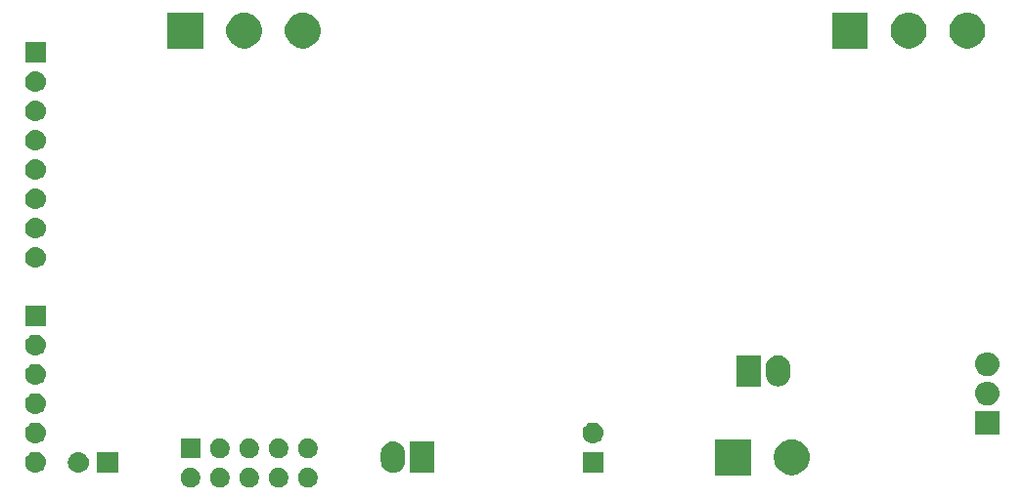
<source format=gbs>
G04 #@! TF.GenerationSoftware,KiCad,Pcbnew,5.1.4-e60b266~84~ubuntu18.04.1*
G04 #@! TF.CreationDate,2019-08-27T16:53:35+05:30*
G04 #@! TF.ProjectId,senseCam_Adapter_rev1,73656e73-6543-4616-9d5f-416461707465,rev?*
G04 #@! TF.SameCoordinates,Original*
G04 #@! TF.FileFunction,Soldermask,Bot*
G04 #@! TF.FilePolarity,Negative*
%FSLAX46Y46*%
G04 Gerber Fmt 4.6, Leading zero omitted, Abs format (unit mm)*
G04 Created by KiCad (PCBNEW 5.1.4-e60b266~84~ubuntu18.04.1) date 2019-08-27 16:53:35*
%MOMM*%
%LPD*%
G04 APERTURE LIST*
%ADD10C,0.100000*%
G04 APERTURE END LIST*
D10*
G36*
X33748228Y-52451703D02*
G01*
X33903100Y-52515853D01*
X34042481Y-52608985D01*
X34161015Y-52727519D01*
X34254147Y-52866900D01*
X34318297Y-53021772D01*
X34351000Y-53186184D01*
X34351000Y-53353816D01*
X34318297Y-53518228D01*
X34254147Y-53673100D01*
X34161015Y-53812481D01*
X34042481Y-53931015D01*
X33903100Y-54024147D01*
X33748228Y-54088297D01*
X33583816Y-54121000D01*
X33416184Y-54121000D01*
X33251772Y-54088297D01*
X33096900Y-54024147D01*
X32957519Y-53931015D01*
X32838985Y-53812481D01*
X32745853Y-53673100D01*
X32681703Y-53518228D01*
X32649000Y-53353816D01*
X32649000Y-53186184D01*
X32681703Y-53021772D01*
X32745853Y-52866900D01*
X32838985Y-52727519D01*
X32957519Y-52608985D01*
X33096900Y-52515853D01*
X33251772Y-52451703D01*
X33416184Y-52419000D01*
X33583816Y-52419000D01*
X33748228Y-52451703D01*
X33748228Y-52451703D01*
G37*
G36*
X36288228Y-52451703D02*
G01*
X36443100Y-52515853D01*
X36582481Y-52608985D01*
X36701015Y-52727519D01*
X36794147Y-52866900D01*
X36858297Y-53021772D01*
X36891000Y-53186184D01*
X36891000Y-53353816D01*
X36858297Y-53518228D01*
X36794147Y-53673100D01*
X36701015Y-53812481D01*
X36582481Y-53931015D01*
X36443100Y-54024147D01*
X36288228Y-54088297D01*
X36123816Y-54121000D01*
X35956184Y-54121000D01*
X35791772Y-54088297D01*
X35636900Y-54024147D01*
X35497519Y-53931015D01*
X35378985Y-53812481D01*
X35285853Y-53673100D01*
X35221703Y-53518228D01*
X35189000Y-53353816D01*
X35189000Y-53186184D01*
X35221703Y-53021772D01*
X35285853Y-52866900D01*
X35378985Y-52727519D01*
X35497519Y-52608985D01*
X35636900Y-52515853D01*
X35791772Y-52451703D01*
X35956184Y-52419000D01*
X36123816Y-52419000D01*
X36288228Y-52451703D01*
X36288228Y-52451703D01*
G37*
G36*
X38828228Y-52451703D02*
G01*
X38983100Y-52515853D01*
X39122481Y-52608985D01*
X39241015Y-52727519D01*
X39334147Y-52866900D01*
X39398297Y-53021772D01*
X39431000Y-53186184D01*
X39431000Y-53353816D01*
X39398297Y-53518228D01*
X39334147Y-53673100D01*
X39241015Y-53812481D01*
X39122481Y-53931015D01*
X38983100Y-54024147D01*
X38828228Y-54088297D01*
X38663816Y-54121000D01*
X38496184Y-54121000D01*
X38331772Y-54088297D01*
X38176900Y-54024147D01*
X38037519Y-53931015D01*
X37918985Y-53812481D01*
X37825853Y-53673100D01*
X37761703Y-53518228D01*
X37729000Y-53353816D01*
X37729000Y-53186184D01*
X37761703Y-53021772D01*
X37825853Y-52866900D01*
X37918985Y-52727519D01*
X38037519Y-52608985D01*
X38176900Y-52515853D01*
X38331772Y-52451703D01*
X38496184Y-52419000D01*
X38663816Y-52419000D01*
X38828228Y-52451703D01*
X38828228Y-52451703D01*
G37*
G36*
X31208228Y-52451703D02*
G01*
X31363100Y-52515853D01*
X31502481Y-52608985D01*
X31621015Y-52727519D01*
X31714147Y-52866900D01*
X31778297Y-53021772D01*
X31811000Y-53186184D01*
X31811000Y-53353816D01*
X31778297Y-53518228D01*
X31714147Y-53673100D01*
X31621015Y-53812481D01*
X31502481Y-53931015D01*
X31363100Y-54024147D01*
X31208228Y-54088297D01*
X31043816Y-54121000D01*
X30876184Y-54121000D01*
X30711772Y-54088297D01*
X30556900Y-54024147D01*
X30417519Y-53931015D01*
X30298985Y-53812481D01*
X30205853Y-53673100D01*
X30141703Y-53518228D01*
X30109000Y-53353816D01*
X30109000Y-53186184D01*
X30141703Y-53021772D01*
X30205853Y-52866900D01*
X30298985Y-52727519D01*
X30417519Y-52608985D01*
X30556900Y-52515853D01*
X30711772Y-52451703D01*
X30876184Y-52419000D01*
X31043816Y-52419000D01*
X31208228Y-52451703D01*
X31208228Y-52451703D01*
G37*
G36*
X28668228Y-52451703D02*
G01*
X28823100Y-52515853D01*
X28962481Y-52608985D01*
X29081015Y-52727519D01*
X29174147Y-52866900D01*
X29238297Y-53021772D01*
X29271000Y-53186184D01*
X29271000Y-53353816D01*
X29238297Y-53518228D01*
X29174147Y-53673100D01*
X29081015Y-53812481D01*
X28962481Y-53931015D01*
X28823100Y-54024147D01*
X28668228Y-54088297D01*
X28503816Y-54121000D01*
X28336184Y-54121000D01*
X28171772Y-54088297D01*
X28016900Y-54024147D01*
X27877519Y-53931015D01*
X27758985Y-53812481D01*
X27665853Y-53673100D01*
X27601703Y-53518228D01*
X27569000Y-53353816D01*
X27569000Y-53186184D01*
X27601703Y-53021772D01*
X27665853Y-52866900D01*
X27758985Y-52727519D01*
X27877519Y-52608985D01*
X28016900Y-52515853D01*
X28171772Y-52451703D01*
X28336184Y-52419000D01*
X28503816Y-52419000D01*
X28668228Y-52451703D01*
X28668228Y-52451703D01*
G37*
G36*
X80767754Y-49975852D02*
G01*
X80932410Y-50008604D01*
X81214674Y-50125521D01*
X81468705Y-50295259D01*
X81684741Y-50511295D01*
X81854479Y-50765326D01*
X81971396Y-51047590D01*
X81997181Y-51177221D01*
X82031000Y-51347239D01*
X82031000Y-51652761D01*
X82007009Y-51773373D01*
X81971396Y-51952410D01*
X81854479Y-52234674D01*
X81684741Y-52488705D01*
X81468705Y-52704741D01*
X81214674Y-52874479D01*
X80932410Y-52991396D01*
X80782585Y-53021198D01*
X80632761Y-53051000D01*
X80327239Y-53051000D01*
X80177415Y-53021198D01*
X80027590Y-52991396D01*
X79745326Y-52874479D01*
X79491295Y-52704741D01*
X79275259Y-52488705D01*
X79105521Y-52234674D01*
X78988604Y-51952410D01*
X78952991Y-51773373D01*
X78929000Y-51652761D01*
X78929000Y-51347239D01*
X78962819Y-51177221D01*
X78988604Y-51047590D01*
X79105521Y-50765326D01*
X79275259Y-50511295D01*
X79491295Y-50295259D01*
X79745326Y-50125521D01*
X80027590Y-50008604D01*
X80192246Y-49975852D01*
X80327239Y-49949000D01*
X80632761Y-49949000D01*
X80767754Y-49975852D01*
X80767754Y-49975852D01*
G37*
G36*
X76951000Y-53051000D02*
G01*
X73849000Y-53051000D01*
X73849000Y-49949000D01*
X76951000Y-49949000D01*
X76951000Y-53051000D01*
X76951000Y-53051000D01*
G37*
G36*
X46166032Y-50164207D02*
G01*
X46364146Y-50224305D01*
X46364149Y-50224306D01*
X46460975Y-50276061D01*
X46546729Y-50321897D01*
X46706765Y-50453235D01*
X46838103Y-50613271D01*
X46869291Y-50671621D01*
X46935694Y-50795851D01*
X46951333Y-50847405D01*
X46995793Y-50993969D01*
X47011000Y-51148371D01*
X47011000Y-51851630D01*
X46995793Y-52006032D01*
X46965278Y-52106625D01*
X46935694Y-52204149D01*
X46897038Y-52276468D01*
X46838103Y-52386729D01*
X46706765Y-52546765D01*
X46546729Y-52678103D01*
X46454277Y-52727519D01*
X46364148Y-52775694D01*
X46364145Y-52775695D01*
X46166031Y-52835793D01*
X45960000Y-52856085D01*
X45753968Y-52835793D01*
X45555854Y-52775695D01*
X45555851Y-52775694D01*
X45419435Y-52702778D01*
X45373271Y-52678103D01*
X45213235Y-52546765D01*
X45081897Y-52386729D01*
X44984307Y-52204149D01*
X44984306Y-52204148D01*
X44960790Y-52126627D01*
X44924207Y-52006031D01*
X44909000Y-51851629D01*
X44909000Y-51148370D01*
X44924207Y-50993968D01*
X44943296Y-50931040D01*
X44984305Y-50795853D01*
X45064306Y-50646184D01*
X45081898Y-50613271D01*
X45213236Y-50453235D01*
X45373272Y-50321897D01*
X45459026Y-50276061D01*
X45555852Y-50224306D01*
X45555855Y-50224305D01*
X45753969Y-50164207D01*
X45960000Y-50143915D01*
X46166032Y-50164207D01*
X46166032Y-50164207D01*
G37*
G36*
X49551000Y-52851000D02*
G01*
X47449000Y-52851000D01*
X47449000Y-50149000D01*
X49551000Y-50149000D01*
X49551000Y-52851000D01*
X49551000Y-52851000D01*
G37*
G36*
X22151000Y-52851000D02*
G01*
X20349000Y-52851000D01*
X20349000Y-51049000D01*
X22151000Y-51049000D01*
X22151000Y-52851000D01*
X22151000Y-52851000D01*
G37*
G36*
X18820442Y-51055518D02*
G01*
X18886627Y-51062037D01*
X19056466Y-51113557D01*
X19056468Y-51113558D01*
X19093028Y-51133100D01*
X19212991Y-51197222D01*
X19248729Y-51226552D01*
X19350186Y-51309814D01*
X19416825Y-51391015D01*
X19462778Y-51447009D01*
X19546443Y-51603534D01*
X19597963Y-51773373D01*
X19615359Y-51950000D01*
X19597963Y-52126627D01*
X19546443Y-52296466D01*
X19462778Y-52452991D01*
X19433469Y-52488704D01*
X19350186Y-52590186D01*
X19248729Y-52673448D01*
X19212991Y-52702778D01*
X19056466Y-52786443D01*
X18886627Y-52837963D01*
X18820443Y-52844481D01*
X18754260Y-52851000D01*
X18665740Y-52851000D01*
X18599557Y-52844481D01*
X18533373Y-52837963D01*
X18363534Y-52786443D01*
X18207009Y-52702778D01*
X18171271Y-52673448D01*
X18069814Y-52590186D01*
X17986531Y-52488704D01*
X17957222Y-52452991D01*
X17873557Y-52296466D01*
X17822037Y-52126627D01*
X17804641Y-51950000D01*
X17822037Y-51773373D01*
X17873557Y-51603534D01*
X17957222Y-51447009D01*
X18003175Y-51391015D01*
X18069814Y-51309814D01*
X18171271Y-51226552D01*
X18207009Y-51197222D01*
X18326972Y-51133100D01*
X18363532Y-51113558D01*
X18363534Y-51113557D01*
X18533373Y-51062037D01*
X18599558Y-51055518D01*
X18665740Y-51049000D01*
X18754260Y-51049000D01*
X18820442Y-51055518D01*
X18820442Y-51055518D01*
G37*
G36*
X64161000Y-52831000D02*
G01*
X62359000Y-52831000D01*
X62359000Y-51029000D01*
X64161000Y-51029000D01*
X64161000Y-52831000D01*
X64161000Y-52831000D01*
G37*
G36*
X15110443Y-51035519D02*
G01*
X15176627Y-51042037D01*
X15346466Y-51093557D01*
X15502991Y-51177222D01*
X15527361Y-51197222D01*
X15640186Y-51289814D01*
X15723238Y-51391015D01*
X15752778Y-51427009D01*
X15836443Y-51583534D01*
X15887963Y-51753373D01*
X15905359Y-51930000D01*
X15887963Y-52106627D01*
X15836443Y-52276466D01*
X15752778Y-52432991D01*
X15736366Y-52452989D01*
X15640186Y-52570186D01*
X15538729Y-52653448D01*
X15502991Y-52682778D01*
X15346466Y-52766443D01*
X15176627Y-52817963D01*
X15110442Y-52824482D01*
X15044260Y-52831000D01*
X14955740Y-52831000D01*
X14889558Y-52824482D01*
X14823373Y-52817963D01*
X14653534Y-52766443D01*
X14497009Y-52682778D01*
X14461271Y-52653448D01*
X14359814Y-52570186D01*
X14263634Y-52452989D01*
X14247222Y-52432991D01*
X14163557Y-52276466D01*
X14112037Y-52106627D01*
X14094641Y-51930000D01*
X14112037Y-51753373D01*
X14163557Y-51583534D01*
X14247222Y-51427009D01*
X14276762Y-51391015D01*
X14359814Y-51289814D01*
X14472639Y-51197222D01*
X14497009Y-51177222D01*
X14653534Y-51093557D01*
X14823373Y-51042037D01*
X14889557Y-51035519D01*
X14955740Y-51029000D01*
X15044260Y-51029000D01*
X15110443Y-51035519D01*
X15110443Y-51035519D01*
G37*
G36*
X38828228Y-49911703D02*
G01*
X38983100Y-49975853D01*
X39122481Y-50068985D01*
X39241015Y-50187519D01*
X39334147Y-50326900D01*
X39398297Y-50481772D01*
X39431000Y-50646184D01*
X39431000Y-50813816D01*
X39398297Y-50978228D01*
X39334147Y-51133100D01*
X39241015Y-51272481D01*
X39122481Y-51391015D01*
X38983100Y-51484147D01*
X38828228Y-51548297D01*
X38663816Y-51581000D01*
X38496184Y-51581000D01*
X38331772Y-51548297D01*
X38176900Y-51484147D01*
X38037519Y-51391015D01*
X37918985Y-51272481D01*
X37825853Y-51133100D01*
X37761703Y-50978228D01*
X37729000Y-50813816D01*
X37729000Y-50646184D01*
X37761703Y-50481772D01*
X37825853Y-50326900D01*
X37918985Y-50187519D01*
X38037519Y-50068985D01*
X38176900Y-49975853D01*
X38331772Y-49911703D01*
X38496184Y-49879000D01*
X38663816Y-49879000D01*
X38828228Y-49911703D01*
X38828228Y-49911703D01*
G37*
G36*
X31208228Y-49911703D02*
G01*
X31363100Y-49975853D01*
X31502481Y-50068985D01*
X31621015Y-50187519D01*
X31714147Y-50326900D01*
X31778297Y-50481772D01*
X31811000Y-50646184D01*
X31811000Y-50813816D01*
X31778297Y-50978228D01*
X31714147Y-51133100D01*
X31621015Y-51272481D01*
X31502481Y-51391015D01*
X31363100Y-51484147D01*
X31208228Y-51548297D01*
X31043816Y-51581000D01*
X30876184Y-51581000D01*
X30711772Y-51548297D01*
X30556900Y-51484147D01*
X30417519Y-51391015D01*
X30298985Y-51272481D01*
X30205853Y-51133100D01*
X30141703Y-50978228D01*
X30109000Y-50813816D01*
X30109000Y-50646184D01*
X30141703Y-50481772D01*
X30205853Y-50326900D01*
X30298985Y-50187519D01*
X30417519Y-50068985D01*
X30556900Y-49975853D01*
X30711772Y-49911703D01*
X30876184Y-49879000D01*
X31043816Y-49879000D01*
X31208228Y-49911703D01*
X31208228Y-49911703D01*
G37*
G36*
X29271000Y-51581000D02*
G01*
X27569000Y-51581000D01*
X27569000Y-49879000D01*
X29271000Y-49879000D01*
X29271000Y-51581000D01*
X29271000Y-51581000D01*
G37*
G36*
X33748228Y-49911703D02*
G01*
X33903100Y-49975853D01*
X34042481Y-50068985D01*
X34161015Y-50187519D01*
X34254147Y-50326900D01*
X34318297Y-50481772D01*
X34351000Y-50646184D01*
X34351000Y-50813816D01*
X34318297Y-50978228D01*
X34254147Y-51133100D01*
X34161015Y-51272481D01*
X34042481Y-51391015D01*
X33903100Y-51484147D01*
X33748228Y-51548297D01*
X33583816Y-51581000D01*
X33416184Y-51581000D01*
X33251772Y-51548297D01*
X33096900Y-51484147D01*
X32957519Y-51391015D01*
X32838985Y-51272481D01*
X32745853Y-51133100D01*
X32681703Y-50978228D01*
X32649000Y-50813816D01*
X32649000Y-50646184D01*
X32681703Y-50481772D01*
X32745853Y-50326900D01*
X32838985Y-50187519D01*
X32957519Y-50068985D01*
X33096900Y-49975853D01*
X33251772Y-49911703D01*
X33416184Y-49879000D01*
X33583816Y-49879000D01*
X33748228Y-49911703D01*
X33748228Y-49911703D01*
G37*
G36*
X36288228Y-49911703D02*
G01*
X36443100Y-49975853D01*
X36582481Y-50068985D01*
X36701015Y-50187519D01*
X36794147Y-50326900D01*
X36858297Y-50481772D01*
X36891000Y-50646184D01*
X36891000Y-50813816D01*
X36858297Y-50978228D01*
X36794147Y-51133100D01*
X36701015Y-51272481D01*
X36582481Y-51391015D01*
X36443100Y-51484147D01*
X36288228Y-51548297D01*
X36123816Y-51581000D01*
X35956184Y-51581000D01*
X35791772Y-51548297D01*
X35636900Y-51484147D01*
X35497519Y-51391015D01*
X35378985Y-51272481D01*
X35285853Y-51133100D01*
X35221703Y-50978228D01*
X35189000Y-50813816D01*
X35189000Y-50646184D01*
X35221703Y-50481772D01*
X35285853Y-50326900D01*
X35378985Y-50187519D01*
X35497519Y-50068985D01*
X35636900Y-49975853D01*
X35791772Y-49911703D01*
X35956184Y-49879000D01*
X36123816Y-49879000D01*
X36288228Y-49911703D01*
X36288228Y-49911703D01*
G37*
G36*
X15110443Y-48495519D02*
G01*
X15176627Y-48502037D01*
X15346466Y-48553557D01*
X15502991Y-48637222D01*
X15538729Y-48666552D01*
X15640186Y-48749814D01*
X15723448Y-48851271D01*
X15752778Y-48887009D01*
X15836443Y-49043534D01*
X15887963Y-49213373D01*
X15905359Y-49390000D01*
X15887963Y-49566627D01*
X15836443Y-49736466D01*
X15752778Y-49892991D01*
X15723448Y-49928729D01*
X15640186Y-50030186D01*
X15538729Y-50113448D01*
X15502991Y-50142778D01*
X15346466Y-50226443D01*
X15176627Y-50277963D01*
X15110443Y-50284481D01*
X15044260Y-50291000D01*
X14955740Y-50291000D01*
X14889557Y-50284481D01*
X14823373Y-50277963D01*
X14653534Y-50226443D01*
X14497009Y-50142778D01*
X14461271Y-50113448D01*
X14359814Y-50030186D01*
X14276552Y-49928729D01*
X14247222Y-49892991D01*
X14163557Y-49736466D01*
X14112037Y-49566627D01*
X14094641Y-49390000D01*
X14112037Y-49213373D01*
X14163557Y-49043534D01*
X14247222Y-48887009D01*
X14276552Y-48851271D01*
X14359814Y-48749814D01*
X14461271Y-48666552D01*
X14497009Y-48637222D01*
X14653534Y-48553557D01*
X14823373Y-48502037D01*
X14889557Y-48495519D01*
X14955740Y-48489000D01*
X15044260Y-48489000D01*
X15110443Y-48495519D01*
X15110443Y-48495519D01*
G37*
G36*
X63370443Y-48495519D02*
G01*
X63436627Y-48502037D01*
X63606466Y-48553557D01*
X63762991Y-48637222D01*
X63798729Y-48666552D01*
X63900186Y-48749814D01*
X63983448Y-48851271D01*
X64012778Y-48887009D01*
X64096443Y-49043534D01*
X64147963Y-49213373D01*
X64165359Y-49390000D01*
X64147963Y-49566627D01*
X64096443Y-49736466D01*
X64012778Y-49892991D01*
X63983448Y-49928729D01*
X63900186Y-50030186D01*
X63798729Y-50113448D01*
X63762991Y-50142778D01*
X63606466Y-50226443D01*
X63436627Y-50277963D01*
X63370443Y-50284481D01*
X63304260Y-50291000D01*
X63215740Y-50291000D01*
X63149557Y-50284481D01*
X63083373Y-50277963D01*
X62913534Y-50226443D01*
X62757009Y-50142778D01*
X62721271Y-50113448D01*
X62619814Y-50030186D01*
X62536552Y-49928729D01*
X62507222Y-49892991D01*
X62423557Y-49736466D01*
X62372037Y-49566627D01*
X62354641Y-49390000D01*
X62372037Y-49213373D01*
X62423557Y-49043534D01*
X62507222Y-48887009D01*
X62536552Y-48851271D01*
X62619814Y-48749814D01*
X62721271Y-48666552D01*
X62757009Y-48637222D01*
X62913534Y-48553557D01*
X63083373Y-48502037D01*
X63149557Y-48495519D01*
X63215740Y-48489000D01*
X63304260Y-48489000D01*
X63370443Y-48495519D01*
X63370443Y-48495519D01*
G37*
G36*
X98451000Y-49503500D02*
G01*
X96349000Y-49503500D01*
X96349000Y-47496500D01*
X98451000Y-47496500D01*
X98451000Y-49503500D01*
X98451000Y-49503500D01*
G37*
G36*
X15110443Y-45955519D02*
G01*
X15176627Y-45962037D01*
X15346466Y-46013557D01*
X15502991Y-46097222D01*
X15538729Y-46126552D01*
X15640186Y-46209814D01*
X15723448Y-46311271D01*
X15752778Y-46347009D01*
X15836443Y-46503534D01*
X15887963Y-46673373D01*
X15905359Y-46850000D01*
X15887963Y-47026627D01*
X15836443Y-47196466D01*
X15752778Y-47352991D01*
X15723448Y-47388729D01*
X15640186Y-47490186D01*
X15538729Y-47573448D01*
X15502991Y-47602778D01*
X15346466Y-47686443D01*
X15176627Y-47737963D01*
X15110442Y-47744482D01*
X15044260Y-47751000D01*
X14955740Y-47751000D01*
X14889558Y-47744482D01*
X14823373Y-47737963D01*
X14653534Y-47686443D01*
X14497009Y-47602778D01*
X14461271Y-47573448D01*
X14359814Y-47490186D01*
X14276552Y-47388729D01*
X14247222Y-47352991D01*
X14163557Y-47196466D01*
X14112037Y-47026627D01*
X14094641Y-46850000D01*
X14112037Y-46673373D01*
X14163557Y-46503534D01*
X14247222Y-46347009D01*
X14276552Y-46311271D01*
X14359814Y-46209814D01*
X14461271Y-46126552D01*
X14497009Y-46097222D01*
X14653534Y-46013557D01*
X14823373Y-45962037D01*
X14889557Y-45955519D01*
X14955740Y-45949000D01*
X15044260Y-45949000D01*
X15110443Y-45955519D01*
X15110443Y-45955519D01*
G37*
G36*
X97545936Y-44961340D02*
G01*
X97644220Y-44971020D01*
X97833381Y-45028401D01*
X98007712Y-45121583D01*
X98160515Y-45246985D01*
X98285917Y-45399788D01*
X98379099Y-45574119D01*
X98436480Y-45763280D01*
X98455855Y-45960000D01*
X98436480Y-46156720D01*
X98379099Y-46345881D01*
X98285917Y-46520212D01*
X98160515Y-46673015D01*
X98007712Y-46798417D01*
X97833381Y-46891599D01*
X97644220Y-46948980D01*
X97545936Y-46958660D01*
X97496795Y-46963500D01*
X97303205Y-46963500D01*
X97254064Y-46958660D01*
X97155780Y-46948980D01*
X96966619Y-46891599D01*
X96792288Y-46798417D01*
X96639485Y-46673015D01*
X96514083Y-46520212D01*
X96420901Y-46345881D01*
X96363520Y-46156720D01*
X96344145Y-45960000D01*
X96363520Y-45763280D01*
X96420901Y-45574119D01*
X96514083Y-45399788D01*
X96639485Y-45246985D01*
X96792288Y-45121583D01*
X96966619Y-45028401D01*
X97155780Y-44971020D01*
X97254064Y-44961340D01*
X97303205Y-44956500D01*
X97496795Y-44956500D01*
X97545936Y-44961340D01*
X97545936Y-44961340D01*
G37*
G36*
X79496031Y-42664207D02*
G01*
X79637049Y-42706985D01*
X79694148Y-42724306D01*
X79760030Y-42759521D01*
X79876729Y-42821897D01*
X80036765Y-42953235D01*
X80168103Y-43113271D01*
X80168104Y-43113273D01*
X80265694Y-43295851D01*
X80265694Y-43295852D01*
X80265695Y-43295854D01*
X80325793Y-43493968D01*
X80341000Y-43648370D01*
X80341000Y-44351629D01*
X80325793Y-44506031D01*
X80281333Y-44652595D01*
X80265694Y-44704149D01*
X80207516Y-44812991D01*
X80168103Y-44886729D01*
X80036765Y-45046765D01*
X79876729Y-45178103D01*
X79790975Y-45223939D01*
X79694149Y-45275694D01*
X79694146Y-45275695D01*
X79496032Y-45335793D01*
X79290000Y-45356085D01*
X79083969Y-45335793D01*
X78885855Y-45275695D01*
X78885852Y-45275694D01*
X78789026Y-45223939D01*
X78703272Y-45178103D01*
X78543236Y-45046765D01*
X78411898Y-44886729D01*
X78372483Y-44812989D01*
X78314305Y-44704147D01*
X78273296Y-44568960D01*
X78254207Y-44506032D01*
X78239000Y-44351630D01*
X78239000Y-43648371D01*
X78254207Y-43493969D01*
X78314305Y-43295855D01*
X78314306Y-43295852D01*
X78353097Y-43223280D01*
X78411897Y-43113271D01*
X78543235Y-42953235D01*
X78703271Y-42821897D01*
X78789025Y-42776061D01*
X78885851Y-42724306D01*
X78942950Y-42706985D01*
X79083968Y-42664207D01*
X79290000Y-42643915D01*
X79496031Y-42664207D01*
X79496031Y-42664207D01*
G37*
G36*
X77801000Y-45351000D02*
G01*
X75699000Y-45351000D01*
X75699000Y-42649000D01*
X77801000Y-42649000D01*
X77801000Y-45351000D01*
X77801000Y-45351000D01*
G37*
G36*
X15110442Y-43415518D02*
G01*
X15176627Y-43422037D01*
X15346466Y-43473557D01*
X15502991Y-43557222D01*
X15538729Y-43586552D01*
X15640186Y-43669814D01*
X15723448Y-43771271D01*
X15752778Y-43807009D01*
X15836443Y-43963534D01*
X15887963Y-44133373D01*
X15905359Y-44310000D01*
X15887963Y-44486627D01*
X15836443Y-44656466D01*
X15752778Y-44812991D01*
X15723448Y-44848729D01*
X15640186Y-44950186D01*
X15544879Y-45028401D01*
X15502991Y-45062778D01*
X15346466Y-45146443D01*
X15176627Y-45197963D01*
X15110443Y-45204481D01*
X15044260Y-45211000D01*
X14955740Y-45211000D01*
X14889557Y-45204481D01*
X14823373Y-45197963D01*
X14653534Y-45146443D01*
X14497009Y-45062778D01*
X14455121Y-45028401D01*
X14359814Y-44950186D01*
X14276552Y-44848729D01*
X14247222Y-44812991D01*
X14163557Y-44656466D01*
X14112037Y-44486627D01*
X14094641Y-44310000D01*
X14112037Y-44133373D01*
X14163557Y-43963534D01*
X14247222Y-43807009D01*
X14276552Y-43771271D01*
X14359814Y-43669814D01*
X14461271Y-43586552D01*
X14497009Y-43557222D01*
X14653534Y-43473557D01*
X14823373Y-43422037D01*
X14889558Y-43415518D01*
X14955740Y-43409000D01*
X15044260Y-43409000D01*
X15110442Y-43415518D01*
X15110442Y-43415518D01*
G37*
G36*
X97545936Y-42421340D02*
G01*
X97644220Y-42431020D01*
X97833381Y-42488401D01*
X98007712Y-42581583D01*
X98160515Y-42706985D01*
X98285917Y-42859788D01*
X98379099Y-43034119D01*
X98436480Y-43223280D01*
X98455855Y-43420000D01*
X98436480Y-43616720D01*
X98379099Y-43805881D01*
X98285917Y-43980212D01*
X98160515Y-44133015D01*
X98007712Y-44258417D01*
X97833381Y-44351599D01*
X97644220Y-44408980D01*
X97545936Y-44418660D01*
X97496795Y-44423500D01*
X97303205Y-44423500D01*
X97254064Y-44418660D01*
X97155780Y-44408980D01*
X96966619Y-44351599D01*
X96792288Y-44258417D01*
X96639485Y-44133015D01*
X96514083Y-43980212D01*
X96420901Y-43805881D01*
X96363520Y-43616720D01*
X96344145Y-43420000D01*
X96363520Y-43223280D01*
X96420901Y-43034119D01*
X96514083Y-42859788D01*
X96639485Y-42706985D01*
X96792288Y-42581583D01*
X96966619Y-42488401D01*
X97155780Y-42431020D01*
X97254064Y-42421340D01*
X97303205Y-42416500D01*
X97496795Y-42416500D01*
X97545936Y-42421340D01*
X97545936Y-42421340D01*
G37*
G36*
X15110443Y-40875519D02*
G01*
X15176627Y-40882037D01*
X15346466Y-40933557D01*
X15502991Y-41017222D01*
X15538729Y-41046552D01*
X15640186Y-41129814D01*
X15723448Y-41231271D01*
X15752778Y-41267009D01*
X15836443Y-41423534D01*
X15887963Y-41593373D01*
X15905359Y-41770000D01*
X15887963Y-41946627D01*
X15836443Y-42116466D01*
X15752778Y-42272991D01*
X15723448Y-42308729D01*
X15640186Y-42410186D01*
X15544879Y-42488401D01*
X15502991Y-42522778D01*
X15346466Y-42606443D01*
X15176627Y-42657963D01*
X15113230Y-42664207D01*
X15044260Y-42671000D01*
X14955740Y-42671000D01*
X14886770Y-42664207D01*
X14823373Y-42657963D01*
X14653534Y-42606443D01*
X14497009Y-42522778D01*
X14455121Y-42488401D01*
X14359814Y-42410186D01*
X14276552Y-42308729D01*
X14247222Y-42272991D01*
X14163557Y-42116466D01*
X14112037Y-41946627D01*
X14094641Y-41770000D01*
X14112037Y-41593373D01*
X14163557Y-41423534D01*
X14247222Y-41267009D01*
X14276552Y-41231271D01*
X14359814Y-41129814D01*
X14461271Y-41046552D01*
X14497009Y-41017222D01*
X14653534Y-40933557D01*
X14823373Y-40882037D01*
X14889557Y-40875519D01*
X14955740Y-40869000D01*
X15044260Y-40869000D01*
X15110443Y-40875519D01*
X15110443Y-40875519D01*
G37*
G36*
X15901000Y-40131000D02*
G01*
X14099000Y-40131000D01*
X14099000Y-38329000D01*
X15901000Y-38329000D01*
X15901000Y-40131000D01*
X15901000Y-40131000D01*
G37*
G36*
X15110442Y-33265518D02*
G01*
X15176627Y-33272037D01*
X15346466Y-33323557D01*
X15502991Y-33407222D01*
X15538729Y-33436552D01*
X15640186Y-33519814D01*
X15723448Y-33621271D01*
X15752778Y-33657009D01*
X15836443Y-33813534D01*
X15887963Y-33983373D01*
X15905359Y-34160000D01*
X15887963Y-34336627D01*
X15836443Y-34506466D01*
X15752778Y-34662991D01*
X15723448Y-34698729D01*
X15640186Y-34800186D01*
X15538729Y-34883448D01*
X15502991Y-34912778D01*
X15346466Y-34996443D01*
X15176627Y-35047963D01*
X15110442Y-35054482D01*
X15044260Y-35061000D01*
X14955740Y-35061000D01*
X14889558Y-35054482D01*
X14823373Y-35047963D01*
X14653534Y-34996443D01*
X14497009Y-34912778D01*
X14461271Y-34883448D01*
X14359814Y-34800186D01*
X14276552Y-34698729D01*
X14247222Y-34662991D01*
X14163557Y-34506466D01*
X14112037Y-34336627D01*
X14094641Y-34160000D01*
X14112037Y-33983373D01*
X14163557Y-33813534D01*
X14247222Y-33657009D01*
X14276552Y-33621271D01*
X14359814Y-33519814D01*
X14461271Y-33436552D01*
X14497009Y-33407222D01*
X14653534Y-33323557D01*
X14823373Y-33272037D01*
X14889558Y-33265518D01*
X14955740Y-33259000D01*
X15044260Y-33259000D01*
X15110442Y-33265518D01*
X15110442Y-33265518D01*
G37*
G36*
X15110442Y-30725518D02*
G01*
X15176627Y-30732037D01*
X15346466Y-30783557D01*
X15502991Y-30867222D01*
X15538729Y-30896552D01*
X15640186Y-30979814D01*
X15723448Y-31081271D01*
X15752778Y-31117009D01*
X15836443Y-31273534D01*
X15887963Y-31443373D01*
X15905359Y-31620000D01*
X15887963Y-31796627D01*
X15836443Y-31966466D01*
X15752778Y-32122991D01*
X15723448Y-32158729D01*
X15640186Y-32260186D01*
X15538729Y-32343448D01*
X15502991Y-32372778D01*
X15346466Y-32456443D01*
X15176627Y-32507963D01*
X15110442Y-32514482D01*
X15044260Y-32521000D01*
X14955740Y-32521000D01*
X14889558Y-32514482D01*
X14823373Y-32507963D01*
X14653534Y-32456443D01*
X14497009Y-32372778D01*
X14461271Y-32343448D01*
X14359814Y-32260186D01*
X14276552Y-32158729D01*
X14247222Y-32122991D01*
X14163557Y-31966466D01*
X14112037Y-31796627D01*
X14094641Y-31620000D01*
X14112037Y-31443373D01*
X14163557Y-31273534D01*
X14247222Y-31117009D01*
X14276552Y-31081271D01*
X14359814Y-30979814D01*
X14461271Y-30896552D01*
X14497009Y-30867222D01*
X14653534Y-30783557D01*
X14823373Y-30732037D01*
X14889558Y-30725518D01*
X14955740Y-30719000D01*
X15044260Y-30719000D01*
X15110442Y-30725518D01*
X15110442Y-30725518D01*
G37*
G36*
X15110443Y-28185519D02*
G01*
X15176627Y-28192037D01*
X15346466Y-28243557D01*
X15502991Y-28327222D01*
X15538729Y-28356552D01*
X15640186Y-28439814D01*
X15723448Y-28541271D01*
X15752778Y-28577009D01*
X15836443Y-28733534D01*
X15887963Y-28903373D01*
X15905359Y-29080000D01*
X15887963Y-29256627D01*
X15836443Y-29426466D01*
X15752778Y-29582991D01*
X15723448Y-29618729D01*
X15640186Y-29720186D01*
X15538729Y-29803448D01*
X15502991Y-29832778D01*
X15346466Y-29916443D01*
X15176627Y-29967963D01*
X15110443Y-29974481D01*
X15044260Y-29981000D01*
X14955740Y-29981000D01*
X14889557Y-29974481D01*
X14823373Y-29967963D01*
X14653534Y-29916443D01*
X14497009Y-29832778D01*
X14461271Y-29803448D01*
X14359814Y-29720186D01*
X14276552Y-29618729D01*
X14247222Y-29582991D01*
X14163557Y-29426466D01*
X14112037Y-29256627D01*
X14094641Y-29080000D01*
X14112037Y-28903373D01*
X14163557Y-28733534D01*
X14247222Y-28577009D01*
X14276552Y-28541271D01*
X14359814Y-28439814D01*
X14461271Y-28356552D01*
X14497009Y-28327222D01*
X14653534Y-28243557D01*
X14823373Y-28192037D01*
X14889557Y-28185519D01*
X14955740Y-28179000D01*
X15044260Y-28179000D01*
X15110443Y-28185519D01*
X15110443Y-28185519D01*
G37*
G36*
X15110442Y-25645518D02*
G01*
X15176627Y-25652037D01*
X15346466Y-25703557D01*
X15502991Y-25787222D01*
X15538729Y-25816552D01*
X15640186Y-25899814D01*
X15723448Y-26001271D01*
X15752778Y-26037009D01*
X15836443Y-26193534D01*
X15887963Y-26363373D01*
X15905359Y-26540000D01*
X15887963Y-26716627D01*
X15836443Y-26886466D01*
X15752778Y-27042991D01*
X15723448Y-27078729D01*
X15640186Y-27180186D01*
X15538729Y-27263448D01*
X15502991Y-27292778D01*
X15346466Y-27376443D01*
X15176627Y-27427963D01*
X15110442Y-27434482D01*
X15044260Y-27441000D01*
X14955740Y-27441000D01*
X14889558Y-27434482D01*
X14823373Y-27427963D01*
X14653534Y-27376443D01*
X14497009Y-27292778D01*
X14461271Y-27263448D01*
X14359814Y-27180186D01*
X14276552Y-27078729D01*
X14247222Y-27042991D01*
X14163557Y-26886466D01*
X14112037Y-26716627D01*
X14094641Y-26540000D01*
X14112037Y-26363373D01*
X14163557Y-26193534D01*
X14247222Y-26037009D01*
X14276552Y-26001271D01*
X14359814Y-25899814D01*
X14461271Y-25816552D01*
X14497009Y-25787222D01*
X14653534Y-25703557D01*
X14823373Y-25652037D01*
X14889557Y-25645519D01*
X14955740Y-25639000D01*
X15044260Y-25639000D01*
X15110442Y-25645518D01*
X15110442Y-25645518D01*
G37*
G36*
X15110442Y-23105518D02*
G01*
X15176627Y-23112037D01*
X15346466Y-23163557D01*
X15502991Y-23247222D01*
X15538729Y-23276552D01*
X15640186Y-23359814D01*
X15723448Y-23461271D01*
X15752778Y-23497009D01*
X15836443Y-23653534D01*
X15887963Y-23823373D01*
X15905359Y-24000000D01*
X15887963Y-24176627D01*
X15836443Y-24346466D01*
X15752778Y-24502991D01*
X15723448Y-24538729D01*
X15640186Y-24640186D01*
X15538729Y-24723448D01*
X15502991Y-24752778D01*
X15346466Y-24836443D01*
X15176627Y-24887963D01*
X15110443Y-24894481D01*
X15044260Y-24901000D01*
X14955740Y-24901000D01*
X14889557Y-24894481D01*
X14823373Y-24887963D01*
X14653534Y-24836443D01*
X14497009Y-24752778D01*
X14461271Y-24723448D01*
X14359814Y-24640186D01*
X14276552Y-24538729D01*
X14247222Y-24502991D01*
X14163557Y-24346466D01*
X14112037Y-24176627D01*
X14094641Y-24000000D01*
X14112037Y-23823373D01*
X14163557Y-23653534D01*
X14247222Y-23497009D01*
X14276552Y-23461271D01*
X14359814Y-23359814D01*
X14461271Y-23276552D01*
X14497009Y-23247222D01*
X14653534Y-23163557D01*
X14823373Y-23112037D01*
X14889558Y-23105518D01*
X14955740Y-23099000D01*
X15044260Y-23099000D01*
X15110442Y-23105518D01*
X15110442Y-23105518D01*
G37*
G36*
X15110442Y-20565518D02*
G01*
X15176627Y-20572037D01*
X15346466Y-20623557D01*
X15502991Y-20707222D01*
X15538729Y-20736552D01*
X15640186Y-20819814D01*
X15723448Y-20921271D01*
X15752778Y-20957009D01*
X15836443Y-21113534D01*
X15887963Y-21283373D01*
X15905359Y-21460000D01*
X15887963Y-21636627D01*
X15836443Y-21806466D01*
X15752778Y-21962991D01*
X15723448Y-21998729D01*
X15640186Y-22100186D01*
X15538729Y-22183448D01*
X15502991Y-22212778D01*
X15346466Y-22296443D01*
X15176627Y-22347963D01*
X15110443Y-22354481D01*
X15044260Y-22361000D01*
X14955740Y-22361000D01*
X14889557Y-22354481D01*
X14823373Y-22347963D01*
X14653534Y-22296443D01*
X14497009Y-22212778D01*
X14461271Y-22183448D01*
X14359814Y-22100186D01*
X14276552Y-21998729D01*
X14247222Y-21962991D01*
X14163557Y-21806466D01*
X14112037Y-21636627D01*
X14094641Y-21460000D01*
X14112037Y-21283373D01*
X14163557Y-21113534D01*
X14247222Y-20957009D01*
X14276552Y-20921271D01*
X14359814Y-20819814D01*
X14461271Y-20736552D01*
X14497009Y-20707222D01*
X14653534Y-20623557D01*
X14823373Y-20572037D01*
X14889558Y-20565518D01*
X14955740Y-20559000D01*
X15044260Y-20559000D01*
X15110442Y-20565518D01*
X15110442Y-20565518D01*
G37*
G36*
X15110443Y-18025519D02*
G01*
X15176627Y-18032037D01*
X15346466Y-18083557D01*
X15502991Y-18167222D01*
X15538729Y-18196552D01*
X15640186Y-18279814D01*
X15723448Y-18381271D01*
X15752778Y-18417009D01*
X15836443Y-18573534D01*
X15887963Y-18743373D01*
X15905359Y-18920000D01*
X15887963Y-19096627D01*
X15836443Y-19266466D01*
X15752778Y-19422991D01*
X15723448Y-19458729D01*
X15640186Y-19560186D01*
X15538729Y-19643448D01*
X15502991Y-19672778D01*
X15346466Y-19756443D01*
X15176627Y-19807963D01*
X15110443Y-19814481D01*
X15044260Y-19821000D01*
X14955740Y-19821000D01*
X14889557Y-19814481D01*
X14823373Y-19807963D01*
X14653534Y-19756443D01*
X14497009Y-19672778D01*
X14461271Y-19643448D01*
X14359814Y-19560186D01*
X14276552Y-19458729D01*
X14247222Y-19422991D01*
X14163557Y-19266466D01*
X14112037Y-19096627D01*
X14094641Y-18920000D01*
X14112037Y-18743373D01*
X14163557Y-18573534D01*
X14247222Y-18417009D01*
X14276552Y-18381271D01*
X14359814Y-18279814D01*
X14461271Y-18196552D01*
X14497009Y-18167222D01*
X14653534Y-18083557D01*
X14823373Y-18032037D01*
X14889557Y-18025519D01*
X14955740Y-18019000D01*
X15044260Y-18019000D01*
X15110443Y-18025519D01*
X15110443Y-18025519D01*
G37*
G36*
X15901000Y-17281000D02*
G01*
X14099000Y-17281000D01*
X14099000Y-15479000D01*
X15901000Y-15479000D01*
X15901000Y-17281000D01*
X15901000Y-17281000D01*
G37*
G36*
X33382585Y-12978802D02*
G01*
X33532410Y-13008604D01*
X33814674Y-13125521D01*
X34068705Y-13295259D01*
X34284741Y-13511295D01*
X34454479Y-13765326D01*
X34571396Y-14047590D01*
X34631000Y-14347240D01*
X34631000Y-14652760D01*
X34571396Y-14952410D01*
X34454479Y-15234674D01*
X34284741Y-15488705D01*
X34068705Y-15704741D01*
X33814674Y-15874479D01*
X33532410Y-15991396D01*
X33382585Y-16021198D01*
X33232761Y-16051000D01*
X32927239Y-16051000D01*
X32777415Y-16021198D01*
X32627590Y-15991396D01*
X32345326Y-15874479D01*
X32091295Y-15704741D01*
X31875259Y-15488705D01*
X31705521Y-15234674D01*
X31588604Y-14952410D01*
X31529000Y-14652760D01*
X31529000Y-14347240D01*
X31588604Y-14047590D01*
X31705521Y-13765326D01*
X31875259Y-13511295D01*
X32091295Y-13295259D01*
X32345326Y-13125521D01*
X32627590Y-13008604D01*
X32777415Y-12978802D01*
X32927239Y-12949000D01*
X33232761Y-12949000D01*
X33382585Y-12978802D01*
X33382585Y-12978802D01*
G37*
G36*
X29551000Y-16051000D02*
G01*
X26449000Y-16051000D01*
X26449000Y-12949000D01*
X29551000Y-12949000D01*
X29551000Y-16051000D01*
X29551000Y-16051000D01*
G37*
G36*
X95962585Y-12978802D02*
G01*
X96112410Y-13008604D01*
X96394674Y-13125521D01*
X96648705Y-13295259D01*
X96864741Y-13511295D01*
X97034479Y-13765326D01*
X97151396Y-14047590D01*
X97211000Y-14347240D01*
X97211000Y-14652760D01*
X97151396Y-14952410D01*
X97034479Y-15234674D01*
X96864741Y-15488705D01*
X96648705Y-15704741D01*
X96394674Y-15874479D01*
X96112410Y-15991396D01*
X95962585Y-16021198D01*
X95812761Y-16051000D01*
X95507239Y-16051000D01*
X95357415Y-16021198D01*
X95207590Y-15991396D01*
X94925326Y-15874479D01*
X94671295Y-15704741D01*
X94455259Y-15488705D01*
X94285521Y-15234674D01*
X94168604Y-14952410D01*
X94109000Y-14652760D01*
X94109000Y-14347240D01*
X94168604Y-14047590D01*
X94285521Y-13765326D01*
X94455259Y-13511295D01*
X94671295Y-13295259D01*
X94925326Y-13125521D01*
X95207590Y-13008604D01*
X95357415Y-12978802D01*
X95507239Y-12949000D01*
X95812761Y-12949000D01*
X95962585Y-12978802D01*
X95962585Y-12978802D01*
G37*
G36*
X90882585Y-12978802D02*
G01*
X91032410Y-13008604D01*
X91314674Y-13125521D01*
X91568705Y-13295259D01*
X91784741Y-13511295D01*
X91954479Y-13765326D01*
X92071396Y-14047590D01*
X92131000Y-14347240D01*
X92131000Y-14652760D01*
X92071396Y-14952410D01*
X91954479Y-15234674D01*
X91784741Y-15488705D01*
X91568705Y-15704741D01*
X91314674Y-15874479D01*
X91032410Y-15991396D01*
X90882585Y-16021198D01*
X90732761Y-16051000D01*
X90427239Y-16051000D01*
X90277415Y-16021198D01*
X90127590Y-15991396D01*
X89845326Y-15874479D01*
X89591295Y-15704741D01*
X89375259Y-15488705D01*
X89205521Y-15234674D01*
X89088604Y-14952410D01*
X89029000Y-14652760D01*
X89029000Y-14347240D01*
X89088604Y-14047590D01*
X89205521Y-13765326D01*
X89375259Y-13511295D01*
X89591295Y-13295259D01*
X89845326Y-13125521D01*
X90127590Y-13008604D01*
X90277415Y-12978802D01*
X90427239Y-12949000D01*
X90732761Y-12949000D01*
X90882585Y-12978802D01*
X90882585Y-12978802D01*
G37*
G36*
X87051000Y-16051000D02*
G01*
X83949000Y-16051000D01*
X83949000Y-12949000D01*
X87051000Y-12949000D01*
X87051000Y-16051000D01*
X87051000Y-16051000D01*
G37*
G36*
X38462585Y-12978802D02*
G01*
X38612410Y-13008604D01*
X38894674Y-13125521D01*
X39148705Y-13295259D01*
X39364741Y-13511295D01*
X39534479Y-13765326D01*
X39651396Y-14047590D01*
X39711000Y-14347240D01*
X39711000Y-14652760D01*
X39651396Y-14952410D01*
X39534479Y-15234674D01*
X39364741Y-15488705D01*
X39148705Y-15704741D01*
X38894674Y-15874479D01*
X38612410Y-15991396D01*
X38462585Y-16021198D01*
X38312761Y-16051000D01*
X38007239Y-16051000D01*
X37857415Y-16021198D01*
X37707590Y-15991396D01*
X37425326Y-15874479D01*
X37171295Y-15704741D01*
X36955259Y-15488705D01*
X36785521Y-15234674D01*
X36668604Y-14952410D01*
X36609000Y-14652760D01*
X36609000Y-14347240D01*
X36668604Y-14047590D01*
X36785521Y-13765326D01*
X36955259Y-13511295D01*
X37171295Y-13295259D01*
X37425326Y-13125521D01*
X37707590Y-13008604D01*
X37857415Y-12978802D01*
X38007239Y-12949000D01*
X38312761Y-12949000D01*
X38462585Y-12978802D01*
X38462585Y-12978802D01*
G37*
M02*

</source>
